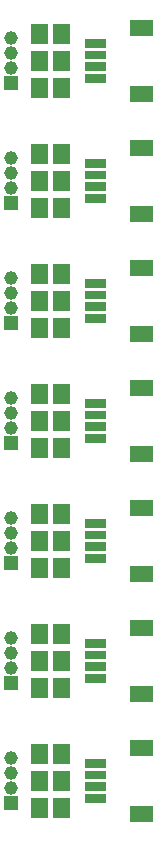
<source format=gbr>
G04 start of page 7 for group -4063 idx -4063 *
G04 Title: (unknown), componentmask *
G04 Creator: pcb 4.0.2 *
G04 CreationDate: Wed Oct 14 23:14:01 2020 UTC *
G04 For: ndholmes *
G04 Format: Gerber/RS-274X *
G04 PCB-Dimensions (mil): 610.00 2710.00 *
G04 PCB-Coordinate-Origin: lower left *
%MOIN*%
%FSLAX25Y25*%
%LNTOPMASK*%
%ADD28C,0.0460*%
%ADD27C,0.0001*%
G54D27*G36*
X9900Y130300D02*Y125700D01*
X14500D01*
Y130300D01*
X9900D01*
G37*
G36*
Y90300D02*Y85700D01*
X14500D01*
Y90300D01*
X9900D01*
G37*
G54D28*X12200Y93000D03*
Y98000D03*
Y103000D03*
Y133000D03*
Y138000D03*
Y143000D03*
G54D27*G36*
X9900Y50300D02*Y45700D01*
X14500D01*
Y50300D01*
X9900D01*
G37*
G54D28*X12200Y53000D03*
G54D27*G36*
X9900Y10300D02*Y5700D01*
X14500D01*
Y10300D01*
X9900D01*
G37*
G54D28*X12200Y13000D03*
Y18000D03*
Y23000D03*
Y58000D03*
Y63000D03*
G54D27*G36*
X9900Y170300D02*Y165700D01*
X14500D01*
Y170300D01*
X9900D01*
G37*
G54D28*X12200Y173000D03*
Y178000D03*
G54D27*G36*
X9900Y250300D02*Y245700D01*
X14500D01*
Y250300D01*
X9900D01*
G37*
G54D28*X12200Y253000D03*
Y258000D03*
Y263000D03*
Y183000D03*
G54D27*G36*
X9900Y210300D02*Y205700D01*
X14500D01*
Y210300D01*
X9900D01*
G37*
G54D28*X12200Y213000D03*
Y218000D03*
Y223000D03*
G54D27*G36*
X24816Y169752D02*X19098D01*
Y163248D01*
X24816D01*
Y169752D01*
G37*
G36*
X31902D02*X26184D01*
Y163248D01*
X31902D01*
Y169752D01*
G37*
G36*
X24816Y178752D02*X19098D01*
Y172248D01*
X24816D01*
Y178752D01*
G37*
G36*
X31902D02*X26184D01*
Y172248D01*
X31902D01*
Y178752D01*
G37*
G36*
X24816Y187752D02*X19098D01*
Y181248D01*
X24816D01*
Y187752D01*
G37*
G36*
X31902D02*X26184D01*
Y181248D01*
X31902D01*
Y187752D01*
G37*
G36*
X37149Y171075D02*Y168113D01*
X43851D01*
Y171075D01*
X37149D01*
G37*
G36*
Y175012D02*Y172050D01*
X43851D01*
Y175012D01*
X37149D01*
G37*
G36*
Y178950D02*Y175988D01*
X43851D01*
Y178950D01*
X37149D01*
G37*
G36*
Y182887D02*Y179925D01*
X43851D01*
Y182887D01*
X37149D01*
G37*
G36*
X31902Y258752D02*X26184D01*
Y252248D01*
X31902D01*
Y258752D01*
G37*
G36*
X24816Y267752D02*X19098D01*
Y261248D01*
X24816D01*
Y267752D01*
G37*
G36*
X31902D02*X26184D01*
Y261248D01*
X31902D01*
Y267752D01*
G37*
G36*
X24816Y249752D02*X19098D01*
Y243248D01*
X24816D01*
Y249752D01*
G37*
G36*
X31902D02*X26184D01*
Y243248D01*
X31902D01*
Y249752D01*
G37*
G36*
X24816Y258752D02*X19098D01*
Y252248D01*
X24816D01*
Y258752D01*
G37*
G36*
X37149Y251075D02*Y248113D01*
X43851D01*
Y251075D01*
X37149D01*
G37*
G36*
Y255012D02*Y252050D01*
X43851D01*
Y255012D01*
X37149D01*
G37*
G36*
Y258950D02*Y255988D01*
X43851D01*
Y258950D01*
X37149D01*
G37*
G36*
Y262887D02*Y259925D01*
X43851D01*
Y262887D01*
X37149D01*
G37*
G36*
X51913Y247138D02*Y241814D01*
X59599D01*
Y247138D01*
X51913D01*
G37*
G36*
Y269186D02*Y263862D01*
X59599D01*
Y269186D01*
X51913D01*
G37*
G36*
Y167138D02*Y161814D01*
X59599D01*
Y167138D01*
X51913D01*
G37*
G36*
X24816Y129752D02*X19098D01*
Y123248D01*
X24816D01*
Y129752D01*
G37*
G36*
X31902D02*X26184D01*
Y123248D01*
X31902D01*
Y129752D01*
G37*
G36*
X24816Y138752D02*X19098D01*
Y132248D01*
X24816D01*
Y138752D01*
G37*
G36*
X31902D02*X26184D01*
Y132248D01*
X31902D01*
Y138752D01*
G37*
G36*
X24816Y147752D02*X19098D01*
Y141248D01*
X24816D01*
Y147752D01*
G37*
G36*
X31902D02*X26184D01*
Y141248D01*
X31902D01*
Y147752D01*
G37*
G36*
X37149Y131075D02*Y128113D01*
X43851D01*
Y131075D01*
X37149D01*
G37*
G36*
Y135012D02*Y132050D01*
X43851D01*
Y135012D01*
X37149D01*
G37*
G36*
Y138950D02*Y135988D01*
X43851D01*
Y138950D01*
X37149D01*
G37*
G36*
Y142887D02*Y139925D01*
X43851D01*
Y142887D01*
X37149D01*
G37*
G36*
X51913Y149186D02*Y143862D01*
X59599D01*
Y149186D01*
X51913D01*
G37*
G36*
Y189186D02*Y183862D01*
X59599D01*
Y189186D01*
X51913D01*
G37*
G36*
X24816Y209752D02*X19098D01*
Y203248D01*
X24816D01*
Y209752D01*
G37*
G36*
Y218752D02*X19098D01*
Y212248D01*
X24816D01*
Y218752D01*
G37*
G36*
Y227752D02*X19098D01*
Y221248D01*
X24816D01*
Y227752D01*
G37*
G36*
X31902Y209752D02*X26184D01*
Y203248D01*
X31902D01*
Y209752D01*
G37*
G36*
Y218752D02*X26184D01*
Y212248D01*
X31902D01*
Y218752D01*
G37*
G36*
Y227752D02*X26184D01*
Y221248D01*
X31902D01*
Y227752D01*
G37*
G36*
X37149Y211075D02*Y208113D01*
X43851D01*
Y211075D01*
X37149D01*
G37*
G36*
Y215012D02*Y212050D01*
X43851D01*
Y215012D01*
X37149D01*
G37*
G36*
Y218950D02*Y215988D01*
X43851D01*
Y218950D01*
X37149D01*
G37*
G36*
Y222887D02*Y219925D01*
X43851D01*
Y222887D01*
X37149D01*
G37*
G36*
X51913Y207138D02*Y201814D01*
X59599D01*
Y207138D01*
X51913D01*
G37*
G36*
Y229186D02*Y223862D01*
X59599D01*
Y229186D01*
X51913D01*
G37*
G36*
Y127138D02*Y121814D01*
X59599D01*
Y127138D01*
X51913D01*
G37*
G36*
Y109186D02*Y103862D01*
X59599D01*
Y109186D01*
X51913D01*
G37*
G36*
X37149Y91075D02*Y88113D01*
X43851D01*
Y91075D01*
X37149D01*
G37*
G36*
X51913Y87138D02*Y81814D01*
X59599D01*
Y87138D01*
X51913D01*
G37*
G36*
X37149Y95012D02*Y92050D01*
X43851D01*
Y95012D01*
X37149D01*
G37*
G36*
Y98950D02*Y95988D01*
X43851D01*
Y98950D01*
X37149D01*
G37*
G36*
Y102887D02*Y99925D01*
X43851D01*
Y102887D01*
X37149D01*
G37*
G36*
X51913Y47138D02*Y41814D01*
X59599D01*
Y47138D01*
X51913D01*
G37*
G36*
Y29186D02*Y23862D01*
X59599D01*
Y29186D01*
X51913D01*
G37*
G36*
Y69186D02*Y63862D01*
X59599D01*
Y69186D01*
X51913D01*
G37*
G36*
Y7138D02*Y1814D01*
X59599D01*
Y7138D01*
X51913D01*
G37*
G36*
X24816Y89752D02*X19098D01*
Y83248D01*
X24816D01*
Y89752D01*
G37*
G36*
X31902D02*X26184D01*
Y83248D01*
X31902D01*
Y89752D01*
G37*
G36*
X24816Y98752D02*X19098D01*
Y92248D01*
X24816D01*
Y98752D01*
G37*
G36*
X31902D02*X26184D01*
Y92248D01*
X31902D01*
Y98752D01*
G37*
G36*
X24816Y107752D02*X19098D01*
Y101248D01*
X24816D01*
Y107752D01*
G37*
G36*
Y49752D02*X19098D01*
Y43248D01*
X24816D01*
Y49752D01*
G37*
G36*
Y58752D02*X19098D01*
Y52248D01*
X24816D01*
Y58752D01*
G37*
G36*
Y67752D02*X19098D01*
Y61248D01*
X24816D01*
Y67752D01*
G37*
G36*
X31902Y107752D02*X26184D01*
Y101248D01*
X31902D01*
Y107752D01*
G37*
G36*
Y49752D02*X26184D01*
Y43248D01*
X31902D01*
Y49752D01*
G37*
G36*
Y58752D02*X26184D01*
Y52248D01*
X31902D01*
Y58752D01*
G37*
G36*
Y67752D02*X26184D01*
Y61248D01*
X31902D01*
Y67752D01*
G37*
G36*
X37149Y51075D02*Y48113D01*
X43851D01*
Y51075D01*
X37149D01*
G37*
G36*
Y55012D02*Y52050D01*
X43851D01*
Y55012D01*
X37149D01*
G37*
G36*
Y58950D02*Y55988D01*
X43851D01*
Y58950D01*
X37149D01*
G37*
G36*
Y62887D02*Y59925D01*
X43851D01*
Y62887D01*
X37149D01*
G37*
G36*
X24816Y9752D02*X19098D01*
Y3248D01*
X24816D01*
Y9752D01*
G37*
G36*
Y18752D02*X19098D01*
Y12248D01*
X24816D01*
Y18752D01*
G37*
G36*
Y27752D02*X19098D01*
Y21248D01*
X24816D01*
Y27752D01*
G37*
G36*
X31902Y9752D02*X26184D01*
Y3248D01*
X31902D01*
Y9752D01*
G37*
G36*
Y18752D02*X26184D01*
Y12248D01*
X31902D01*
Y18752D01*
G37*
G36*
Y27752D02*X26184D01*
Y21248D01*
X31902D01*
Y27752D01*
G37*
G36*
X37149Y11075D02*Y8113D01*
X43851D01*
Y11075D01*
X37149D01*
G37*
G36*
Y15012D02*Y12050D01*
X43851D01*
Y15012D01*
X37149D01*
G37*
G36*
Y18950D02*Y15988D01*
X43851D01*
Y18950D01*
X37149D01*
G37*
G36*
Y22887D02*Y19925D01*
X43851D01*
Y22887D01*
X37149D01*
G37*
M02*

</source>
